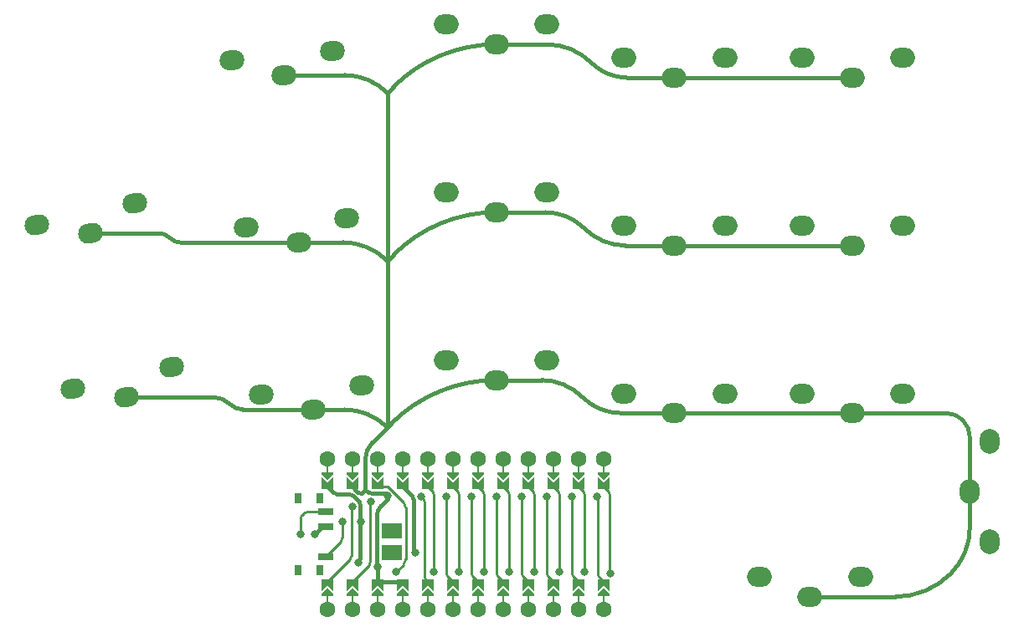
<source format=gbr>
G04 #@! TF.GenerationSoftware,KiCad,Pcbnew,6.0.0-d3dd2cf0fa~116~ubuntu20.04.1*
G04 #@! TF.CreationDate,2022-01-07T18:39:17-05:00*
G04 #@! TF.ProjectId,32_silk,33325f73-696c-46b2-9e6b-696361645f70,0.1*
G04 #@! TF.SameCoordinates,Original*
G04 #@! TF.FileFunction,Copper,L2,Bot*
G04 #@! TF.FilePolarity,Positive*
%FSLAX46Y46*%
G04 Gerber Fmt 4.6, Leading zero omitted, Abs format (unit mm)*
G04 Created by KiCad (PCBNEW 6.0.0-d3dd2cf0fa~116~ubuntu20.04.1) date 2022-01-07 18:39:17*
%MOMM*%
%LPD*%
G01*
G04 APERTURE LIST*
G04 Aperture macros list*
%AMHorizOval*
0 Thick line with rounded ends*
0 $1 width*
0 $2 $3 position (X,Y) of the first rounded end (center of the circle)*
0 $4 $5 position (X,Y) of the second rounded end (center of the circle)*
0 Add line between two ends*
20,1,$1,$2,$3,$4,$5,0*
0 Add two circle primitives to create the rounded ends*
1,1,$1,$2,$3*
1,1,$1,$4,$5*%
%AMFreePoly0*
4,1,5,0.125000,-0.500000,-0.125000,-0.500000,-0.125000,0.500000,0.125000,0.500000,0.125000,-0.500000,0.125000,-0.500000,$1*%
%AMFreePoly1*
4,1,6,0.600000,0.200000,0.000000,-0.400000,-0.600000,0.200000,-0.600000,0.400000,0.600000,0.400000,0.600000,0.200000,0.600000,0.200000,$1*%
%AMFreePoly2*
4,1,6,0.600000,-0.250000,-0.600000,-0.250000,-0.600000,1.000000,0.000000,0.400000,0.600000,1.000000,0.600000,-0.250000,0.600000,-0.250000,$1*%
G04 Aperture macros list end*
G04 #@! TA.AperFunction,ComponentPad*
%ADD10HorizOval,2.000000X0.244074X0.054110X-0.244074X-0.054110X0*%
G04 #@! TD*
G04 #@! TA.AperFunction,ComponentPad*
%ADD11HorizOval,2.000000X0.249049X0.021789X-0.249049X-0.021789X0*%
G04 #@! TD*
G04 #@! TA.AperFunction,ComponentPad*
%ADD12O,2.500000X2.000000*%
G04 #@! TD*
G04 #@! TA.AperFunction,ComponentPad*
%ADD13O,2.000000X2.500000*%
G04 #@! TD*
G04 #@! TA.AperFunction,SMDPad,CuDef*
%ADD14R,2.100000X1.500000*%
G04 #@! TD*
G04 #@! TA.AperFunction,SMDPad,CuDef*
%ADD15FreePoly0,180.000000*%
G04 #@! TD*
G04 #@! TA.AperFunction,ComponentPad*
%ADD16C,1.600000*%
G04 #@! TD*
G04 #@! TA.AperFunction,SMDPad,CuDef*
%ADD17FreePoly0,0.000000*%
G04 #@! TD*
G04 #@! TA.AperFunction,SMDPad,CuDef*
%ADD18FreePoly1,0.000000*%
G04 #@! TD*
G04 #@! TA.AperFunction,SMDPad,CuDef*
%ADD19FreePoly1,180.000000*%
G04 #@! TD*
G04 #@! TA.AperFunction,SMDPad,CuDef*
%ADD20FreePoly2,180.000000*%
G04 #@! TD*
G04 #@! TA.AperFunction,SMDPad,CuDef*
%ADD21FreePoly2,0.000000*%
G04 #@! TD*
G04 #@! TA.AperFunction,SMDPad,CuDef*
%ADD22R,0.800000X1.000000*%
G04 #@! TD*
G04 #@! TA.AperFunction,SMDPad,CuDef*
%ADD23R,1.500000X0.700000*%
G04 #@! TD*
G04 #@! TA.AperFunction,ViaPad*
%ADD24C,0.800000*%
G04 #@! TD*
G04 #@! TA.AperFunction,Conductor*
%ADD25C,0.250000*%
G04 #@! TD*
G04 #@! TA.AperFunction,Conductor*
%ADD26C,0.400000*%
G04 #@! TD*
G04 APERTURE END LIST*
D10*
X32760529Y-81239371D03*
X42718748Y-79031687D03*
X38172518Y-82088121D03*
D11*
X52498174Y-64520239D03*
X62659360Y-63631250D03*
X57753079Y-66068134D03*
D12*
X74144393Y-60958851D03*
X84344393Y-60958851D03*
X79244393Y-62958851D03*
X102333086Y-64327567D03*
X92133086Y-64327567D03*
X97233086Y-66327567D03*
X120325000Y-64325000D03*
X110125000Y-64325000D03*
X115225000Y-66325000D03*
D10*
X46398224Y-95628712D03*
X36440005Y-97836396D03*
X41851994Y-98685146D03*
D11*
X53979816Y-81455555D03*
X64141002Y-80566566D03*
X59234721Y-83003450D03*
D12*
X74144389Y-77958851D03*
X84344389Y-77958851D03*
X79244389Y-79958851D03*
X102333093Y-81327564D03*
X92133093Y-81327564D03*
X97233093Y-83327564D03*
X110125000Y-81324999D03*
X120325000Y-81324999D03*
X115225000Y-83324999D03*
D11*
X65622650Y-97501874D03*
X55461464Y-98390863D03*
X60716369Y-99938758D03*
D12*
X74144382Y-94958862D03*
X84344382Y-94958862D03*
X79244382Y-96958862D03*
X92133093Y-98327566D03*
X102333093Y-98327566D03*
X97233093Y-100327566D03*
X105850000Y-116900000D03*
X116050000Y-116900000D03*
X110950000Y-118900000D03*
D13*
X129125000Y-103150000D03*
X129125000Y-113350000D03*
X127125000Y-108250000D03*
D14*
X68681554Y-112238398D03*
X68681554Y-114438398D03*
D15*
X87550000Y-118876001D03*
D16*
X62150000Y-120146001D03*
D17*
X90090000Y-106176001D03*
D16*
X72310000Y-104906001D03*
D18*
X85010000Y-106684001D03*
D19*
X82470000Y-118368001D03*
D16*
X67230000Y-104906001D03*
D18*
X77390000Y-106684001D03*
D17*
X85010000Y-106176001D03*
D16*
X69770000Y-120146001D03*
X74850000Y-120146001D03*
D19*
X85010000Y-118368001D03*
X72310000Y-118368001D03*
D16*
X77390000Y-104906001D03*
D18*
X64690000Y-106684001D03*
D16*
X90090000Y-104906001D03*
D17*
X72310000Y-106176001D03*
D18*
X82470000Y-106684001D03*
D19*
X77390000Y-118368001D03*
X67230000Y-118368001D03*
D16*
X64690000Y-120146001D03*
X82470000Y-104906001D03*
D19*
X90090000Y-118368001D03*
D15*
X72310000Y-118876001D03*
D18*
X87550000Y-106684001D03*
D17*
X74850000Y-106176001D03*
D16*
X74850000Y-104906001D03*
D19*
X87550000Y-118368001D03*
D16*
X62150000Y-104906001D03*
D19*
X64690000Y-118368001D03*
D16*
X79930000Y-104906001D03*
D17*
X62150000Y-106176001D03*
D16*
X69770000Y-104906001D03*
D15*
X67230000Y-118876001D03*
D16*
X67230000Y-120146001D03*
D15*
X82470000Y-118876001D03*
D17*
X64690000Y-106176001D03*
D16*
X87550000Y-120146001D03*
D19*
X79930000Y-118368001D03*
D16*
X77390000Y-120146001D03*
D17*
X69770000Y-106176001D03*
D18*
X90090000Y-106684001D03*
D15*
X79930000Y-118876001D03*
X85010000Y-118876001D03*
D19*
X74850000Y-118368001D03*
D16*
X85010000Y-120146001D03*
D18*
X62150000Y-106684001D03*
D16*
X64690000Y-104906001D03*
D18*
X79930000Y-106684001D03*
D15*
X74850000Y-118876001D03*
D18*
X74850000Y-106684001D03*
D17*
X79930000Y-106176001D03*
D18*
X72310000Y-106684001D03*
D16*
X72310000Y-120146001D03*
D15*
X62150000Y-118876001D03*
D18*
X67230000Y-106684001D03*
D16*
X82470000Y-120146001D03*
D17*
X77390000Y-106176001D03*
D16*
X90090000Y-120146001D03*
X79930000Y-120146001D03*
D19*
X69770000Y-118368001D03*
D17*
X67230000Y-106176001D03*
D16*
X87550000Y-104906001D03*
D17*
X82470000Y-106176001D03*
D15*
X90090000Y-118876001D03*
X69770000Y-118876001D03*
D19*
X62150000Y-118368001D03*
D16*
X85010000Y-104906001D03*
D15*
X77390000Y-118876001D03*
D18*
X69770000Y-106684001D03*
D15*
X64690000Y-118876001D03*
D17*
X87550000Y-106176001D03*
D20*
X62150000Y-117352001D03*
X64690000Y-117352001D03*
X67230000Y-117352001D03*
X69770000Y-117352001D03*
X72310000Y-117352001D03*
X74850000Y-117352001D03*
X77390000Y-117352001D03*
X79930000Y-117352001D03*
X82470000Y-117352001D03*
X85010000Y-117352001D03*
X87550000Y-117352001D03*
X90090000Y-117352001D03*
D21*
X90090000Y-107700001D03*
X87550000Y-107700001D03*
X85010000Y-107700001D03*
X82470000Y-107700001D03*
X79930000Y-107700001D03*
X77390000Y-107700001D03*
X74850000Y-107700001D03*
X72310000Y-107700001D03*
X69770000Y-107700001D03*
X67230000Y-107700001D03*
X64690000Y-107700001D03*
X62150000Y-107700001D03*
D22*
X59156810Y-108917524D03*
X59156810Y-116217524D03*
X61356810Y-116217524D03*
X61356810Y-108917524D03*
D23*
X62006810Y-114817524D03*
X62006810Y-111817524D03*
X62006810Y-110317524D03*
D12*
X110125000Y-98322430D03*
X120325000Y-98322430D03*
X115225000Y-100322430D03*
D24*
X59456812Y-112567521D03*
X74214998Y-108750001D03*
X81835000Y-108750005D03*
X89382554Y-108793010D03*
X78024997Y-116402003D03*
X85644997Y-116402003D03*
X71675000Y-108750001D03*
X79295001Y-108749999D03*
X86914997Y-108750003D03*
X75485000Y-116402004D03*
X83104998Y-116402001D03*
X76755000Y-108750003D03*
X84374998Y-108750003D03*
X72944997Y-116402003D03*
X80564995Y-116402003D03*
X90744997Y-116543100D03*
X69134999Y-116402002D03*
X66595000Y-109250002D03*
X67229998Y-115902002D03*
X68275154Y-108691410D03*
X60856812Y-112567519D03*
X71039997Y-114402001D03*
X68681554Y-114508010D03*
X63679843Y-111295836D03*
X68681555Y-112238397D03*
X65506554Y-111333010D03*
X65324999Y-115402002D03*
X88184999Y-116402002D03*
X64689998Y-109750001D03*
D25*
X60120944Y-110317522D02*
X62006812Y-110317519D01*
X59603261Y-110628098D02*
X59767394Y-110463967D01*
X59456812Y-112567521D02*
X59456812Y-110981654D01*
X59767394Y-110463967D02*
G75*
G02*
X60120944Y-110317522I353551J-353552D01*
G01*
X59456813Y-110981654D02*
G75*
G02*
X59603261Y-110628098I500003J-1D01*
G01*
X74215000Y-115902001D02*
X74215000Y-116559894D01*
X74214998Y-115901999D02*
X74215000Y-115902001D01*
X74214998Y-108750001D02*
X74214998Y-115901999D01*
X74361447Y-116913448D02*
X74850000Y-117402001D01*
X74361447Y-116913448D02*
G75*
G02*
X74215000Y-116559894I353550J353553D01*
G01*
X81981447Y-116913450D02*
X82470001Y-117402002D01*
X81835000Y-108750005D02*
X81835000Y-116559896D01*
X81835000Y-116559896D02*
G75*
G03*
X81981447Y-116913450I499997J-1D01*
G01*
X89509554Y-108920010D02*
X89509554Y-116614456D01*
X89656001Y-116968010D02*
X90089997Y-117402006D01*
X89382554Y-108793010D02*
X89509554Y-108920010D01*
X89656001Y-116968010D02*
G75*
G02*
X89509554Y-116614456I353550J353553D01*
G01*
X77878553Y-108238555D02*
X77389998Y-107750003D01*
X78024997Y-116402003D02*
X78025001Y-108592110D01*
X77878553Y-108238555D02*
G75*
G02*
X78025001Y-108592110I-353556J-353556D01*
G01*
X85644997Y-116402003D02*
X85644999Y-108592109D01*
X85498553Y-108238556D02*
X85010001Y-107750002D01*
X85498553Y-108238556D02*
G75*
G02*
X85644999Y-108592109I-353556J-353553D01*
G01*
X72310000Y-117402001D02*
X72138946Y-117230947D01*
X71846053Y-108921054D02*
X71675000Y-108750001D01*
X71992500Y-115402001D02*
X71992500Y-109274608D01*
X71992500Y-116877394D02*
X71992500Y-115402001D01*
X71846053Y-108921054D02*
G75*
G02*
X71992500Y-109274608I-353550J-353553D01*
G01*
X72138946Y-117230947D02*
G75*
G02*
X71992500Y-116877394I353556J353553D01*
G01*
X79441447Y-116913448D02*
X79930001Y-117402004D01*
X79295001Y-108749999D02*
X79295001Y-116559895D01*
X79295002Y-116559895D02*
G75*
G03*
X79441447Y-116913448I500001J0D01*
G01*
X86914997Y-108750003D02*
X86914999Y-116559895D01*
X87061445Y-116913448D02*
X87549997Y-117402001D01*
X87061445Y-116913448D02*
G75*
G02*
X86914999Y-116559895I353556J353553D01*
G01*
X75485000Y-116402004D02*
X75485000Y-108592111D01*
X75338553Y-108238557D02*
X74849998Y-107750002D01*
X75338553Y-108238557D02*
G75*
G02*
X75485000Y-108592111I-353550J-353553D01*
G01*
X82958552Y-108238555D02*
X82470001Y-107750003D01*
X83104998Y-116402001D02*
X83104998Y-108592108D01*
X83104997Y-108592108D02*
G75*
G03*
X82958552Y-108238555I-500001J0D01*
G01*
X76901444Y-116913447D02*
X77389998Y-117402004D01*
X76755000Y-108750003D02*
X76754999Y-116559895D01*
X76755000Y-116559895D02*
G75*
G03*
X76901444Y-116913447I500001J0D01*
G01*
X84521445Y-116913450D02*
X85009997Y-117402003D01*
X84374998Y-108750003D02*
X84374999Y-116559897D01*
X84375000Y-116559897D02*
G75*
G03*
X84521445Y-116913450I500001J0D01*
G01*
X72944997Y-116402003D02*
X72945000Y-108592107D01*
X72798552Y-108238553D02*
X72309998Y-107750001D01*
X72798552Y-108238553D02*
G75*
G02*
X72945000Y-108592107I-353556J-353556D01*
G01*
X80418551Y-108238554D02*
X79929998Y-107750002D01*
X80564995Y-116402003D02*
X80564998Y-108592108D01*
X80564998Y-108592108D02*
G75*
G03*
X80418551Y-108238554I-499997J1D01*
G01*
X90725000Y-116523103D02*
X90725000Y-108592112D01*
X90744997Y-116543100D02*
X90725000Y-116523103D01*
X90578554Y-108238559D02*
X90090000Y-107750004D01*
X90578554Y-108238559D02*
G75*
G02*
X90725000Y-108592112I-353556J-353553D01*
G01*
X69844239Y-109306591D02*
X68287650Y-107750002D01*
X70078554Y-115127076D02*
X70078554Y-109872277D01*
X69134999Y-116402002D02*
X69844240Y-115692761D01*
X68287650Y-107750002D02*
X67230000Y-107750002D01*
X69844239Y-109306591D02*
G75*
G02*
X70078554Y-109872277I-565692J-565689D01*
G01*
X69844240Y-115692761D02*
G75*
G03*
X70078554Y-115127076I-565686J565685D01*
G01*
X66359042Y-115732961D02*
X64690000Y-117402002D01*
X66505487Y-109339513D02*
X66505489Y-115379407D01*
X66595000Y-109250002D02*
X66505487Y-109339513D01*
X66505489Y-115379407D02*
G75*
G02*
X66359042Y-115732961I-499997J-1D01*
G01*
D26*
X66729640Y-103247160D02*
X68224400Y-101752400D01*
X60716369Y-99938758D02*
X60706127Y-99949000D01*
X68275154Y-108691410D02*
X68275154Y-109025778D01*
X67729999Y-117402002D02*
X69770001Y-117402001D01*
X60716369Y-99938758D02*
X63845902Y-99938758D01*
X97233093Y-83327564D02*
X115222435Y-83327564D01*
X79244382Y-96958862D02*
X83800101Y-96958862D01*
X67157554Y-110764698D02*
X67157554Y-115829558D01*
X59180171Y-83058000D02*
X47499222Y-83058000D01*
X66752964Y-108451950D02*
X68042577Y-108451950D01*
X68275154Y-109025778D02*
X67596894Y-109704038D01*
X67157554Y-115829558D02*
X67229998Y-115902002D01*
X67229998Y-115902002D02*
X67229999Y-116902002D01*
X115219864Y-100327566D02*
X115225000Y-100322430D01*
X127125000Y-102767836D02*
X127125000Y-108250000D01*
X65244039Y-108304045D02*
X64690002Y-107750002D01*
X63877225Y-66068134D02*
X57753079Y-66068134D01*
X68224400Y-84886800D02*
X68844636Y-84266564D01*
X127125000Y-108250000D02*
X127125000Y-111873885D01*
X63677550Y-83003450D02*
X59234721Y-83003450D01*
X68224400Y-101752400D02*
X68615161Y-101361639D01*
X59234721Y-83003450D02*
X59180171Y-83058000D01*
X68224400Y-67868800D02*
X68813910Y-67279290D01*
X119579934Y-118900000D02*
X110950000Y-118900000D01*
X97210127Y-100304600D02*
X97233093Y-100327566D01*
X65963800Y-108077000D02*
X66045857Y-108159057D01*
X115222433Y-66327567D02*
X115225000Y-66325000D01*
X115222435Y-83327564D02*
X115225000Y-83324999D01*
X60706127Y-99949000D02*
X53646144Y-99949000D01*
X68185981Y-108485511D02*
X68275154Y-108574684D01*
X97233086Y-66327567D02*
X115222433Y-66327567D01*
X61460364Y-111963967D02*
X60856812Y-112567519D01*
X65963800Y-108077000D02*
X65591322Y-108449478D01*
X115225000Y-100322430D02*
X124781691Y-100322430D01*
X79244393Y-62958851D02*
X84347372Y-62958851D01*
X68275154Y-108574684D02*
X68275154Y-108691410D01*
X91877423Y-100304600D02*
X97210127Y-100304600D01*
X68224400Y-84886800D02*
X68224400Y-67868800D01*
X65963800Y-108077000D02*
X65963800Y-105096062D01*
X92480170Y-66327567D02*
X97233086Y-66327567D01*
X68224400Y-101752400D02*
X68224400Y-84886800D01*
X79244389Y-79958851D02*
X84171626Y-79958851D01*
X92304387Y-83327564D02*
X97233093Y-83327564D01*
X45157740Y-82088121D02*
X38172518Y-82088121D01*
X50594922Y-98685146D02*
X41851994Y-98685146D01*
X97233093Y-100327566D02*
X115219864Y-100327566D01*
X65591322Y-108449478D02*
X65531901Y-108449478D01*
X62006810Y-111817519D02*
X61813915Y-111817520D01*
X65963800Y-105096062D02*
G75*
G02*
X66729640Y-103247160I2614737J2D01*
G01*
X119579934Y-118900000D02*
G75*
G03*
X125174578Y-116582622I-2J7912024D01*
G01*
X66045857Y-108159057D02*
G75*
G03*
X66752964Y-108451950I707106J707106D01*
G01*
X126387632Y-100987632D02*
G75*
G02*
X127125000Y-102767836I-1780259J-1780203D01*
G01*
X68224400Y-101752400D02*
G75*
G03*
X63845902Y-99938758I-4378498J-4378469D01*
G01*
X68185981Y-108485511D02*
G75*
G03*
X68042577Y-108451950I-232921J-672096D01*
G01*
X88166981Y-81613781D02*
G75*
G03*
X92304387Y-83327564I4137406J4137362D01*
G01*
X79244382Y-96958863D02*
G75*
G03*
X68615162Y-101361640I24J-15032023D01*
G01*
X53646144Y-99949000D02*
G75*
G02*
X52299680Y-99391280I-5J1904184D01*
G01*
X84347372Y-62958851D02*
G75*
G02*
X88853927Y-64825527I1J-6373228D01*
G01*
X92480170Y-66327567D02*
G75*
G02*
X88853927Y-64825527I4J5128289D01*
G01*
X68224400Y-67868800D02*
G75*
G03*
X63877225Y-66068134I-4347176J-4347152D01*
G01*
X124781691Y-100322430D02*
G75*
G02*
X126387632Y-100987632I2J-2271140D01*
G01*
X67229999Y-116902002D02*
G75*
G03*
X67729999Y-117402002I500001J1D01*
G01*
X45157740Y-82088122D02*
G75*
G02*
X46152959Y-82500361I0J-1407440D01*
G01*
X50594922Y-98685146D02*
G75*
G02*
X52299680Y-99391280I0J-2410891D01*
G01*
X68844636Y-84266564D02*
G75*
G02*
X79244389Y-79958851I10399735J-10399729D01*
G01*
X87922013Y-98666213D02*
G75*
G03*
X83800101Y-96958862I-4121913J-4121917D01*
G01*
X68813910Y-67279290D02*
G75*
G02*
X79244393Y-62958851I10430460J-10430457D01*
G01*
X88166981Y-81613781D02*
G75*
G03*
X84171626Y-79958851I-3995353J-3995350D01*
G01*
X61813915Y-111817521D02*
G75*
G03*
X61460364Y-111963967I4J-500003D01*
G01*
X87922013Y-98666213D02*
G75*
G03*
X91877423Y-100304600I3955409J3955400D01*
G01*
X127124999Y-111873885D02*
G75*
G02*
X125174577Y-116582621I-6659159J-1D01*
G01*
X67157555Y-110764698D02*
G75*
G02*
X67596895Y-109704039I1500001J-1D01*
G01*
X65244039Y-108304044D02*
G75*
G03*
X65531901Y-108449477I372984J380658D01*
G01*
X47499222Y-83057999D02*
G75*
G02*
X46152961Y-82500359I0J1903901D01*
G01*
X63677550Y-83003451D02*
G75*
G02*
X68224399Y-84886801I1J-6430255D01*
G01*
X70875488Y-109062601D02*
X70875488Y-114030385D01*
X70729041Y-108709047D02*
X69769997Y-107750003D01*
X71021935Y-114383939D02*
X71039997Y-114402001D01*
X71021935Y-114383939D02*
G75*
G02*
X70875488Y-114030385I353550J353553D01*
G01*
X70875488Y-109062601D02*
G75*
G03*
X70729041Y-108709047I-499997J1D01*
G01*
D25*
X62006810Y-114817524D02*
X63533397Y-113290937D01*
X63679843Y-112937384D02*
X63679843Y-111295836D01*
X63679842Y-112937384D02*
G75*
G02*
X63533397Y-113290937I-500001J0D01*
G01*
D26*
X65343066Y-109267329D02*
X64738281Y-108662548D01*
X65489513Y-109620886D02*
X65489513Y-111896167D01*
X64384729Y-108516103D02*
X63123209Y-108516103D01*
X62769655Y-108369656D02*
X62150000Y-107750000D01*
X65343062Y-115383939D02*
X65324999Y-115402002D01*
X65489510Y-111896170D02*
X65489510Y-115030384D01*
X64384729Y-108516104D02*
G75*
G02*
X64738281Y-108662548I0J-500001D01*
G01*
X62769655Y-108369656D02*
G75*
G03*
X63123209Y-108516103I353553J353550D01*
G01*
X65489512Y-109620886D02*
G75*
G03*
X65343065Y-109267330I-499990J7D01*
G01*
X65489510Y-115030384D02*
G75*
G02*
X65343062Y-115383939I-499992J-3D01*
G01*
D25*
X88184999Y-116402002D02*
X88185002Y-108592109D01*
X88038554Y-108238554D02*
X87549996Y-107750001D01*
X88038554Y-108238554D02*
G75*
G02*
X88185002Y-108592109I-353556J-353556D01*
G01*
X64689998Y-109750001D02*
X64600487Y-109839515D01*
X64600487Y-109839515D02*
X64600490Y-114744405D01*
X64454043Y-115097959D02*
X62149998Y-117402002D01*
X64600490Y-114744405D02*
G75*
G02*
X64454043Y-115097959I-499997J-1D01*
G01*
M02*

</source>
